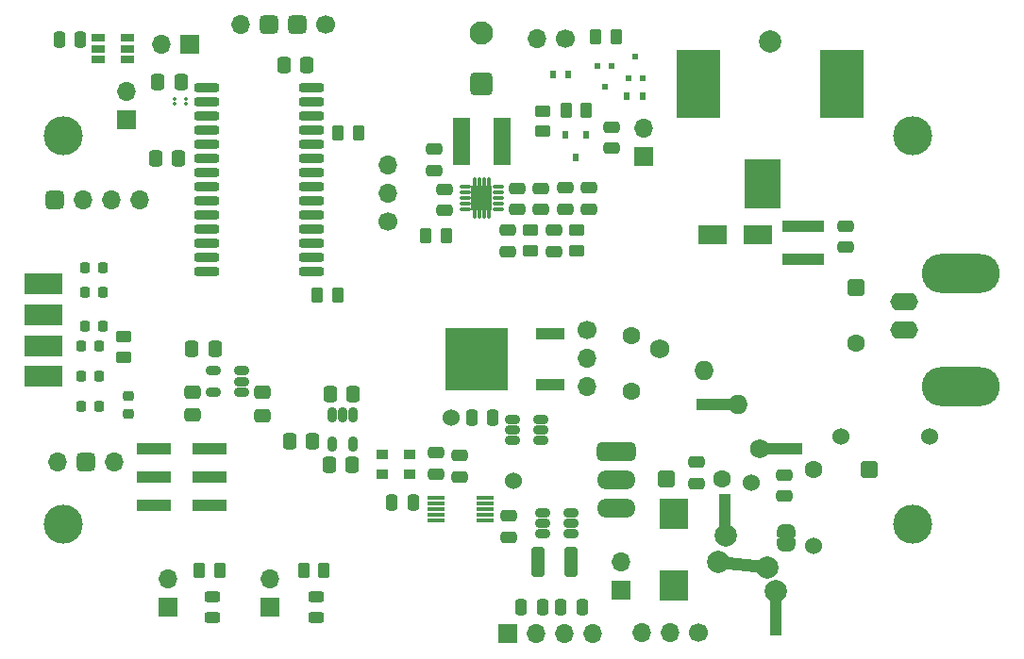
<source format=gbr>
%TF.GenerationSoftware,KiCad,Pcbnew,(6.0.4-0)*%
%TF.CreationDate,2023-07-28T13:04:44-04:00*%
%TF.ProjectId,SignalSlinger,5369676e-616c-4536-9c69-6e6765722e6b,rev?*%
%TF.SameCoordinates,Original*%
%TF.FileFunction,Soldermask,Top*%
%TF.FilePolarity,Negative*%
%FSLAX46Y46*%
G04 Gerber Fmt 4.6, Leading zero omitted, Abs format (unit mm)*
G04 Created by KiCad (PCBNEW (6.0.4-0)) date 2023-07-28 13:04:44*
%MOMM*%
%LPD*%
G01*
G04 APERTURE LIST*
G04 Aperture macros list*
%AMRoundRect*
0 Rectangle with rounded corners*
0 $1 Rounding radius*
0 $2 $3 $4 $5 $6 $7 $8 $9 X,Y pos of 4 corners*
0 Add a 4 corners polygon primitive as box body*
4,1,4,$2,$3,$4,$5,$6,$7,$8,$9,$2,$3,0*
0 Add four circle primitives for the rounded corners*
1,1,$1+$1,$2,$3*
1,1,$1+$1,$4,$5*
1,1,$1+$1,$6,$7*
1,1,$1+$1,$8,$9*
0 Add four rect primitives between the rounded corners*
20,1,$1+$1,$2,$3,$4,$5,0*
20,1,$1+$1,$4,$5,$6,$7,0*
20,1,$1+$1,$6,$7,$8,$9,0*
20,1,$1+$1,$8,$9,$2,$3,0*%
%AMRotRect*
0 Rectangle, with rotation*
0 The origin of the aperture is its center*
0 $1 length*
0 $2 width*
0 $3 Rotation angle, in degrees counterclockwise*
0 Add horizontal line*
21,1,$1,$2,0,0,$3*%
%AMFreePoly0*
4,1,37,0.549497,0.799497,0.570000,0.750000,0.570000,-0.750000,0.549497,-0.799497,0.500000,-0.820000,0.000000,-0.820000,-0.012517,-0.814815,-0.081224,-0.813556,-0.100815,-0.810383,-0.236130,-0.768108,-0.254045,-0.759563,-0.372055,-0.681008,-0.386850,-0.667780,-0.478070,-0.559261,-0.488558,-0.542411,-0.545653,-0.412652,-0.550990,-0.393536,-0.568573,-0.259076,-0.566360,-0.258787,-0.570000,-0.250000,
-0.570000,0.250000,-0.569316,0.251652,-0.569130,0.266879,-0.547319,0.406956,-0.541516,0.425935,-0.481268,0.554260,-0.470371,0.570849,-0.376527,0.677107,-0.361413,0.689970,-0.241518,0.765618,-0.223401,0.773722,-0.087094,0.812679,-0.067430,0.815373,-0.011989,0.815034,0.000000,0.820000,0.500000,0.820000,0.549497,0.799497,0.549497,0.799497,$1*%
%AMFreePoly1*
4,1,37,0.012348,0.814885,0.074332,0.814507,0.093962,0.811573,0.229783,0.770954,0.247799,0.762629,0.366761,0.685522,0.381718,0.672475,0.474256,0.565078,0.484948,0.548358,0.543625,0.419306,0.549196,0.400256,0.569293,0.259923,0.570000,0.250000,0.570000,-0.250000,0.569995,-0.250854,0.569846,-0.263070,0.568881,-0.273830,0.545361,-0.413631,0.539327,-0.432538,0.477515,-0.560117,
0.466416,-0.576571,0.371281,-0.681675,0.356011,-0.694353,0.235201,-0.768530,0.216986,-0.776412,0.080213,-0.813701,0.060518,-0.816154,0.011456,-0.815255,0.000000,-0.820000,-0.500000,-0.820000,-0.549497,-0.799497,-0.570000,-0.750000,-0.570000,0.750000,-0.549497,0.799497,-0.500000,0.820000,0.000000,0.820000,0.012348,0.814885,0.012348,0.814885,$1*%
G04 Aperture macros list end*
%ADD10R,1.700000X1.700000*%
%ADD11O,1.700000X1.700000*%
%ADD12RoundRect,0.070000X-0.140000X-0.140000X0.140000X-0.140000X0.140000X0.140000X-0.140000X0.140000X0*%
%ADD13O,0.990000X0.420000*%
%ADD14C,0.720000*%
%ADD15RoundRect,0.060000X-0.115000X-0.300000X0.115000X-0.300000X0.115000X0.300000X-0.115000X0.300000X0*%
%ADD16RoundRect,0.060000X-0.325000X-0.450000X0.325000X-0.450000X0.325000X0.450000X-0.325000X0.450000X0*%
%ADD17RoundRect,0.060000X-0.125000X-0.350000X0.125000X-0.350000X0.125000X0.350000X-0.125000X0.350000X0*%
%ADD18RoundRect,0.060000X-0.850000X-1.075000X0.850000X-1.075000X0.850000X1.075000X-0.850000X1.075000X0*%
%ADD19FreePoly0,90.000000*%
%ADD20FreePoly1,90.000000*%
%ADD21C,1.700000*%
%ADD22RoundRect,0.218750X-0.218750X-0.256250X0.218750X-0.256250X0.218750X0.256250X-0.218750X0.256250X0*%
%ADD23RoundRect,0.250000X-0.262500X-0.450000X0.262500X-0.450000X0.262500X0.450000X-0.262500X0.450000X0*%
%ADD24RoundRect,0.250000X0.337500X0.475000X-0.337500X0.475000X-0.337500X-0.475000X0.337500X-0.475000X0*%
%ADD25RoundRect,0.250000X-0.150000X0.400000X-0.150000X-0.400000X0.150000X-0.400000X0.150000X0.400000X0*%
%ADD26RoundRect,0.243750X0.456250X-0.243750X0.456250X0.243750X-0.456250X0.243750X-0.456250X-0.243750X0*%
%ADD27RoundRect,0.250000X-0.475000X0.250000X-0.475000X-0.250000X0.475000X-0.250000X0.475000X0.250000X0*%
%ADD28RoundRect,0.250000X0.450000X-0.262500X0.450000X0.262500X-0.450000X0.262500X-0.450000X-0.262500X0*%
%ADD29R,1.500000X4.200000*%
%ADD30R,0.600000X0.700000*%
%ADD31R,2.500000X1.800000*%
%ADD32RoundRect,0.218750X0.218750X0.256250X-0.218750X0.256250X-0.218750X-0.256250X0.218750X-0.256250X0*%
%ADD33R,3.150000X1.000000*%
%ADD34C,1.524000*%
%ADD35C,0.600000*%
%ADD36RoundRect,0.250000X0.475000X-0.250000X0.475000X0.250000X-0.475000X0.250000X-0.475000X-0.250000X0*%
%ADD37R,0.470000X0.600000*%
%ADD38RoundRect,0.250000X0.475000X-0.337500X0.475000X0.337500X-0.475000X0.337500X-0.475000X-0.337500X0*%
%ADD39C,2.000000*%
%ADD40R,3.300000X4.400000*%
%ADD41R,3.900000X6.200000*%
%ADD42RoundRect,0.250000X-0.450000X0.262500X-0.450000X-0.262500X0.450000X-0.262500X0.450000X0.262500X0*%
%ADD43RoundRect,0.250000X-0.337500X-0.475000X0.337500X-0.475000X0.337500X0.475000X-0.337500X0.475000X0*%
%ADD44C,3.500000*%
%ADD45RoundRect,0.250000X0.250000X0.475000X-0.250000X0.475000X-0.250000X-0.475000X0.250000X-0.475000X0*%
%ADD46C,0.350000*%
%ADD47RoundRect,0.220000X-0.400000X-0.150000X0.400000X-0.150000X0.400000X0.150000X-0.400000X0.150000X0*%
%ADD48RoundRect,0.250000X-0.250000X-0.475000X0.250000X-0.475000X0.250000X0.475000X-0.250000X0.475000X0*%
%ADD49R,3.700000X1.100000*%
%ADD50R,1.000000X0.900000*%
%ADD51RoundRect,0.250000X-0.400000X-0.150000X0.400000X-0.150000X0.400000X0.150000X-0.400000X0.150000X0*%
%ADD52RoundRect,0.250000X0.875000X0.150000X-0.875000X0.150000X-0.875000X-0.150000X0.875000X-0.150000X0*%
%ADD53RoundRect,0.250000X0.262500X0.450000X-0.262500X0.450000X-0.262500X-0.450000X0.262500X-0.450000X0*%
%ADD54RoundRect,0.218750X-0.256250X0.218750X-0.256250X-0.218750X0.256250X-0.218750X0.256250X0.218750X0*%
%ADD55O,3.500120X1.699260*%
%ADD56RoundRect,0.424815X1.325245X0.424815X-1.325245X0.424815X-1.325245X-0.424815X1.325245X-0.424815X0*%
%ADD57RoundRect,0.250000X0.400000X0.150000X-0.400000X0.150000X-0.400000X-0.150000X0.400000X-0.150000X0*%
%ADD58RoundRect,0.060000X-0.700000X-0.150000X0.700000X-0.150000X0.700000X0.150000X-0.700000X0.150000X0*%
%ADD59O,2.500000X1.600000*%
%ADD60O,7.000000X3.500000*%
%ADD61R,2.550000X2.770000*%
%ADD62RoundRect,0.250000X0.325000X1.100000X-0.325000X1.100000X-0.325000X-1.100000X0.325000X-1.100000X0*%
%ADD63R,2.600000X1.060000*%
%ADD64R,5.700000X5.632000*%
%ADD65C,1.727200*%
%ADD66O,1.727200X1.727200*%
%ADD67RoundRect,0.425000X-0.425000X0.425000X-0.425000X-0.425000X0.425000X-0.425000X0.425000X0.425000X0*%
%ADD68C,1.600000*%
%ADD69RoundRect,0.400000X0.400000X-0.400000X0.400000X0.400000X-0.400000X0.400000X-0.400000X-0.400000X0*%
%ADD70RoundRect,0.400000X-0.400000X-0.400000X0.400000X-0.400000X0.400000X0.400000X-0.400000X0.400000X0*%
%ADD71C,2.100000*%
%ADD72RoundRect,0.525000X-0.525000X0.525000X-0.525000X-0.525000X0.525000X-0.525000X0.525000X0.525000X0*%
%ADD73R,4.000000X1.000000*%
%ADD74R,1.000000X4.000000*%
%ADD75RotRect,1.102000X4.850000X264.000000*%
%ADD76RoundRect,0.425000X0.425000X-0.425000X0.425000X0.425000X-0.425000X0.425000X-0.425000X-0.425000X0*%
%ADD77R,3.480000X1.846667*%
G04 APERTURE END LIST*
D10*
%TO.C,J104*%
X61270000Y-114320000D03*
D11*
X61270000Y-111780000D03*
%TD*%
D12*
%TO.C,U203*%
X87631000Y-76550000D03*
D13*
X87916000Y-76550000D03*
X87916000Y-77050000D03*
D12*
X87631000Y-77050000D03*
D13*
X87916000Y-77550000D03*
D12*
X87631000Y-77550000D03*
X87631000Y-78050000D03*
D13*
X87916000Y-78050000D03*
X87916000Y-78550000D03*
D12*
X87631000Y-78550000D03*
D13*
X90866000Y-78550000D03*
D12*
X91151000Y-78550000D03*
X91151000Y-78050000D03*
D13*
X90866000Y-78050000D03*
X90866000Y-77550000D03*
D12*
X91151000Y-77550000D03*
X91151000Y-77050000D03*
D13*
X90866000Y-77050000D03*
D12*
X91151000Y-76550000D03*
D13*
X90866000Y-76550000D03*
D14*
X88891000Y-77050000D03*
D15*
X89991000Y-76125000D03*
X89591000Y-78975000D03*
X89591000Y-76125000D03*
D14*
X88891000Y-78050000D03*
D16*
X89826000Y-76990000D03*
D17*
X89991000Y-76125000D03*
D16*
X88956000Y-76990000D03*
D17*
X89591000Y-78975000D03*
D14*
X89391000Y-77550000D03*
D15*
X89191000Y-76125000D03*
D16*
X88956000Y-78110000D03*
D17*
X89991000Y-78975000D03*
D15*
X89991000Y-78975000D03*
D16*
X89826000Y-78110000D03*
D15*
X88791000Y-76125000D03*
D17*
X89191000Y-78975000D03*
D14*
X89891000Y-78050000D03*
D18*
X89391000Y-77550000D03*
D14*
X89891000Y-77050000D03*
D17*
X88791000Y-76125000D03*
X89191000Y-76125000D03*
D15*
X88791000Y-78975000D03*
D17*
X88791000Y-78975000D03*
X89591000Y-76125000D03*
D15*
X89191000Y-78975000D03*
%TD*%
D19*
%TO.C,JP301*%
X116740000Y-108720000D03*
D20*
X116740000Y-107420000D03*
%TD*%
D21*
%TO.C,J302*%
X108820000Y-116600000D03*
D11*
X106280000Y-116600000D03*
X103740000Y-116600000D03*
%TD*%
D22*
%TO.C,D106*%
X53472500Y-93550000D03*
X55047500Y-93550000D03*
%TD*%
D23*
%TO.C,R104*%
X64080000Y-110970000D03*
X65905000Y-110970000D03*
%TD*%
D24*
%TO.C,C102*%
X73697500Y-65560000D03*
X71622500Y-65560000D03*
%TD*%
D25*
%TO.C,U202*%
X77860000Y-97000000D03*
X76910000Y-97000000D03*
X75960000Y-97000000D03*
X75960000Y-99600000D03*
X77860000Y-99600000D03*
%TD*%
D26*
%TO.C,D103*%
X65185000Y-115237500D03*
X65185000Y-113362500D03*
%TD*%
D27*
%TO.C,C108*%
X91770000Y-106090000D03*
X91770000Y-107990000D03*
%TD*%
D10*
%TO.C,J203*%
X57490000Y-70525000D03*
D11*
X57490000Y-67985000D03*
%TD*%
D28*
%TO.C,R202*%
X97920000Y-82272500D03*
X97920000Y-80447500D03*
%TD*%
D21*
%TO.C,J202*%
X80950000Y-79635000D03*
D11*
X80950000Y-77095000D03*
X80950000Y-74555000D03*
%TD*%
D29*
%TO.C,L202*%
X87590000Y-72430000D03*
X91190000Y-72430000D03*
%TD*%
D22*
%TO.C,D110*%
X53812500Y-89090000D03*
X55387500Y-89090000D03*
%TD*%
D30*
%TO.C,D201*%
X98750000Y-71870000D03*
X96850000Y-71870000D03*
X97800000Y-73870000D03*
%TD*%
D28*
%TO.C,R103*%
X94890000Y-71542500D03*
X94890000Y-69717500D03*
%TD*%
D31*
%TO.C,D202*%
X114140000Y-80870000D03*
X110140000Y-80870000D03*
%TD*%
D32*
%TO.C,D109*%
X55407500Y-83840000D03*
X53832500Y-83840000D03*
%TD*%
D33*
%TO.C,P101*%
X59955000Y-100070000D03*
X65005000Y-100070000D03*
X59955000Y-102610000D03*
X65005000Y-102610000D03*
X59955000Y-105150000D03*
X65005000Y-105150000D03*
%TD*%
D21*
%TO.C,J101*%
X96930000Y-63270000D03*
D11*
X94390000Y-63270000D03*
%TD*%
D34*
%TO.C,W101*%
X92270000Y-102910000D03*
D35*
X92270000Y-102910000D03*
D34*
X86613146Y-97253146D03*
D35*
X86613146Y-97253146D03*
%TD*%
D36*
%TO.C,C301*%
X116550000Y-104330000D03*
X116550000Y-102430000D03*
%TD*%
%TO.C,C105*%
X85260000Y-102330000D03*
X85260000Y-100430000D03*
%TD*%
D24*
%TO.C,C101*%
X62397500Y-67150000D03*
X60322500Y-67150000D03*
%TD*%
D37*
%TO.C,Q102*%
X102540000Y-66760000D03*
X103840000Y-66760000D03*
X103190000Y-64860000D03*
%TD*%
D38*
%TO.C,C203*%
X69720000Y-97087500D03*
X69720000Y-95012500D03*
%TD*%
D39*
%TO.C,J201*%
X115280000Y-63460000D03*
D40*
X114580000Y-76260000D03*
D41*
X121730000Y-67260000D03*
X108830000Y-67260000D03*
%TD*%
D42*
%TO.C,R203*%
X93750000Y-80447500D03*
X93750000Y-82272500D03*
%TD*%
D43*
%TO.C,C210*%
X75722500Y-101490000D03*
X77797500Y-101490000D03*
%TD*%
D27*
%TO.C,C212*%
X92610000Y-76670000D03*
X92610000Y-78570000D03*
%TD*%
D10*
%TO.C,J103*%
X103955000Y-73790000D03*
D11*
X103955000Y-71250000D03*
%TD*%
D36*
%TO.C,C213*%
X94650000Y-78580000D03*
X94650000Y-76680000D03*
%TD*%
D44*
%TO.C,REF\u002A\u002A*%
X51855000Y-71950000D03*
%TD*%
D43*
%TO.C,C103*%
X60142500Y-74020000D03*
X62217500Y-74020000D03*
%TD*%
D42*
%TO.C,R106*%
X57260000Y-90007500D03*
X57260000Y-91832500D03*
%TD*%
D45*
%TO.C,C216*%
X53410000Y-63330000D03*
X51510000Y-63330000D03*
%TD*%
D27*
%TO.C,C204*%
X122020000Y-80040000D03*
X122020000Y-81940000D03*
%TD*%
D34*
%TO.C,W302*%
X113540000Y-103130000D03*
D35*
X113540000Y-103130000D03*
X119196854Y-108786854D03*
D34*
X119196854Y-108786854D03*
%TD*%
D45*
%TO.C,C107*%
X83240000Y-104920000D03*
X81340000Y-104920000D03*
%TD*%
D27*
%TO.C,C211*%
X95840000Y-80440000D03*
X95840000Y-82340000D03*
%TD*%
D37*
%TO.C,Q101*%
X101060000Y-65690000D03*
X99760000Y-65690000D03*
X100410000Y-67590000D03*
%TD*%
D35*
%TO.C,W301*%
X121600000Y-98990000D03*
D34*
X121600000Y-98990000D03*
X129600000Y-98990000D03*
D35*
X129600000Y-98990000D03*
%TD*%
D26*
%TO.C,D104*%
X74525000Y-115237500D03*
X74525000Y-113362500D03*
%TD*%
D23*
%TO.C,R105*%
X73422500Y-110970000D03*
X75247500Y-110970000D03*
%TD*%
D44*
%TO.C,REF\u002A\u002A*%
X128055000Y-71950000D03*
%TD*%
D36*
%TO.C,C205*%
X86040000Y-78650000D03*
X86040000Y-76750000D03*
%TD*%
D46*
%TO.C,X101*%
X61870000Y-69070000D03*
X62870000Y-69070000D03*
X62870000Y-68650000D03*
X61870000Y-68650000D03*
%TD*%
D36*
%TO.C,C106*%
X87420000Y-102570000D03*
X87420000Y-100670000D03*
%TD*%
D45*
%TO.C,R107*%
X94850000Y-114270000D03*
X92950000Y-114270000D03*
%TD*%
D36*
%TO.C,C215*%
X99030000Y-78530000D03*
X99030000Y-76630000D03*
%TD*%
D24*
%TO.C,C202*%
X65477500Y-91090000D03*
X63402500Y-91090000D03*
%TD*%
D27*
%TO.C,C207*%
X85160000Y-73150000D03*
X85160000Y-75050000D03*
%TD*%
D24*
%TO.C,C209*%
X74227500Y-99390000D03*
X72152500Y-99390000D03*
%TD*%
D47*
%TO.C,U204*%
X55020000Y-63180000D03*
X55020000Y-64130000D03*
X55020000Y-65080000D03*
X57620000Y-65080000D03*
X57620000Y-64130000D03*
X57620000Y-63180000D03*
%TD*%
D30*
%TO.C,D101*%
X103830000Y-68410000D03*
X102430000Y-68410000D03*
%TD*%
D23*
%TO.C,R205*%
X74627500Y-86230000D03*
X76452500Y-86230000D03*
%TD*%
D22*
%TO.C,D112*%
X53492500Y-96250000D03*
X55067500Y-96250000D03*
%TD*%
D10*
%TO.C,J108*%
X101890000Y-112775000D03*
D11*
X101890000Y-110235000D03*
%TD*%
D48*
%TO.C,C109*%
X88480000Y-97290000D03*
X90380000Y-97290000D03*
%TD*%
D38*
%TO.C,C201*%
X63440000Y-97037500D03*
X63440000Y-94962500D03*
%TD*%
D49*
%TO.C,L201*%
X118215000Y-80070000D03*
X118215000Y-83070000D03*
%TD*%
D50*
%TO.C,X102*%
X82900000Y-100530000D03*
X80500000Y-100530000D03*
X80500000Y-102330000D03*
X82900000Y-102330000D03*
%TD*%
D30*
%TO.C,D102*%
X97150000Y-66440000D03*
X95750000Y-66440000D03*
%TD*%
D51*
%TO.C,U103*%
X92107500Y-97400000D03*
X92107500Y-98350000D03*
X92107500Y-99300000D03*
X94707500Y-99300000D03*
X94707500Y-98350000D03*
X94707500Y-97400000D03*
%TD*%
D10*
%TO.C,J106*%
X70410000Y-114320000D03*
D11*
X70410000Y-111780000D03*
%TD*%
D52*
%TO.C,U101*%
X74120000Y-84115000D03*
X74120000Y-82845000D03*
X74120000Y-81575000D03*
X74120000Y-80305000D03*
X74120000Y-79035000D03*
X74120000Y-77765000D03*
X74120000Y-76495000D03*
X74120000Y-75225000D03*
X74120000Y-73955000D03*
X74120000Y-72685000D03*
X74120000Y-71415000D03*
X74120000Y-70145000D03*
X74120000Y-68875000D03*
X74120000Y-67605000D03*
X64720000Y-67605000D03*
X64720000Y-68875000D03*
X64720000Y-70145000D03*
X64720000Y-71415000D03*
X64720000Y-72685000D03*
X64720000Y-73955000D03*
X64720000Y-75225000D03*
X64720000Y-76495000D03*
X64720000Y-77765000D03*
X64720000Y-79035000D03*
X64720000Y-80305000D03*
X64720000Y-81575000D03*
X64720000Y-82845000D03*
X64720000Y-84115000D03*
%TD*%
D32*
%TO.C,D108*%
X55367500Y-86020000D03*
X53792500Y-86020000D03*
%TD*%
D53*
%TO.C,R201*%
X86222500Y-80950000D03*
X84397500Y-80950000D03*
%TD*%
D27*
%TO.C,C104*%
X101000000Y-71170000D03*
X101000000Y-73070000D03*
%TD*%
D45*
%TO.C,R108*%
X98380000Y-114270000D03*
X96480000Y-114270000D03*
%TD*%
D54*
%TO.C,D111*%
X57700000Y-95332500D03*
X57700000Y-96907500D03*
%TD*%
D55*
%TO.C,Q103*%
X101500000Y-105420000D03*
X101500000Y-102880000D03*
D56*
X101500000Y-100340000D03*
%TD*%
D57*
%TO.C,U104*%
X97420000Y-107720000D03*
X97420000Y-106770000D03*
X97420000Y-105820000D03*
X94820000Y-105820000D03*
X94820000Y-106770000D03*
X94820000Y-107720000D03*
%TD*%
D53*
%TO.C,R204*%
X78342500Y-71690000D03*
X76517500Y-71690000D03*
%TD*%
D58*
%TO.C,U102*%
X85310000Y-104500000D03*
X85310000Y-105000000D03*
X85310000Y-105500000D03*
X85310000Y-106000000D03*
X85310000Y-106500000D03*
X89710000Y-106500000D03*
X89710000Y-106000000D03*
X89710000Y-105500000D03*
X89710000Y-105000000D03*
X89710000Y-104500000D03*
%TD*%
D59*
%TO.C,J301*%
X127275000Y-89412500D03*
D60*
X132355000Y-84332500D03*
D59*
X127275000Y-86872500D03*
D60*
X132355000Y-94492500D03*
%TD*%
D10*
%TO.C,J204*%
X63175000Y-63710000D03*
D11*
X60635000Y-63710000D03*
%TD*%
D32*
%TO.C,D105*%
X55027500Y-90800000D03*
X53452500Y-90800000D03*
%TD*%
D61*
%TO.C,C111*%
X106640000Y-105910000D03*
X106640000Y-112370000D03*
%TD*%
D21*
%TO.C,J109*%
X98870000Y-89415000D03*
D11*
X98870000Y-91955000D03*
X98870000Y-94495000D03*
%TD*%
D62*
%TO.C,C110*%
X97375000Y-110230000D03*
X94425000Y-110230000D03*
%TD*%
D43*
%TO.C,C206*%
X75782500Y-95150000D03*
X77857500Y-95150000D03*
%TD*%
D27*
%TO.C,C208*%
X91700000Y-80430000D03*
X91700000Y-82330000D03*
%TD*%
D10*
%TO.C,TP101*%
X91750000Y-116680000D03*
D11*
X94290000Y-116680000D03*
X96830000Y-116680000D03*
X99370000Y-116680000D03*
%TD*%
D53*
%TO.C,R101*%
X101432500Y-63030000D03*
X99607500Y-63030000D03*
%TD*%
D36*
%TO.C,C214*%
X96880000Y-78520000D03*
X96880000Y-76620000D03*
%TD*%
D63*
%TO.C,D107*%
X95530000Y-94306000D03*
D64*
X88970000Y-92020000D03*
D63*
X95530000Y-89734000D03*
%TD*%
D44*
%TO.C,REF\u002A\u002A*%
X128055000Y-106875000D03*
%TD*%
%TO.C,REF\u002A\u002A*%
X51855000Y-106875000D03*
%TD*%
D65*
%TO.C,L302*%
X105327900Y-91085100D03*
D66*
X109353800Y-93028200D03*
%TD*%
D23*
%TO.C,R102*%
X96937500Y-69680000D03*
X98762500Y-69680000D03*
%TD*%
D36*
%TO.C,C112*%
X108620000Y-103180000D03*
X108620000Y-101280000D03*
%TD*%
D57*
%TO.C,U201*%
X67890000Y-94960000D03*
X67890000Y-94010000D03*
X67890000Y-93060000D03*
X65290000Y-93060000D03*
X65290000Y-94960000D03*
%TD*%
D11*
%TO.C,J102*%
X51325000Y-101260000D03*
D67*
X53865000Y-101260000D03*
D11*
X56405000Y-101260000D03*
%TD*%
D68*
%TO.C,C305*%
X122940000Y-90540000D03*
D69*
X122940000Y-85540000D03*
%TD*%
D70*
%TO.C,C303*%
X105960000Y-102740000D03*
D68*
X110960000Y-102740000D03*
%TD*%
D67*
%TO.C,J105*%
X51052500Y-77750000D03*
D11*
X53592500Y-77750000D03*
X56132500Y-77750000D03*
X58672500Y-77750000D03*
%TD*%
D68*
%TO.C,C304*%
X102820000Y-94910000D03*
X102820000Y-89910000D03*
%TD*%
D71*
%TO.C,BT201*%
X89330000Y-62710000D03*
D72*
X89330000Y-67310000D03*
%TD*%
D68*
%TO.C,C302*%
X119160000Y-101950000D03*
D70*
X124160000Y-101950000D03*
%TD*%
D73*
%TO.C,L301*%
X116160000Y-100054650D03*
D65*
X114344900Y-100086750D03*
D66*
X112401800Y-96060850D03*
D73*
X110610000Y-96104650D03*
%TD*%
D39*
%TO.C,L101*%
X111250000Y-107840000D03*
D74*
X111170000Y-106050000D03*
D39*
X114990000Y-110730000D03*
X110590000Y-110200000D03*
D75*
X112720000Y-110450000D03*
D39*
X115730000Y-112860000D03*
D74*
X115730000Y-114910000D03*
%TD*%
D21*
%TO.C,MOD201*%
X75377500Y-61990000D03*
D76*
X72837500Y-61990000D03*
X70297500Y-61990000D03*
D11*
X67757500Y-61990000D03*
%TD*%
D77*
%TO.C,J107*%
X50102500Y-85257500D03*
X50102500Y-88027500D03*
X50102500Y-90797500D03*
X50102500Y-93567500D03*
%TD*%
G36*
X117322121Y-107850002D02*
G01*
X117368614Y-107903658D01*
X117380000Y-107956000D01*
X117380000Y-108194000D01*
X117359998Y-108262121D01*
X117306342Y-108308614D01*
X117254000Y-108320000D01*
X116206000Y-108320000D01*
X116137879Y-108299998D01*
X116091386Y-108246342D01*
X116080000Y-108194000D01*
X116080000Y-107956000D01*
X116100002Y-107887879D01*
X116153658Y-107841386D01*
X116206000Y-107830000D01*
X117254000Y-107830000D01*
X117322121Y-107850002D01*
G37*
M02*

</source>
